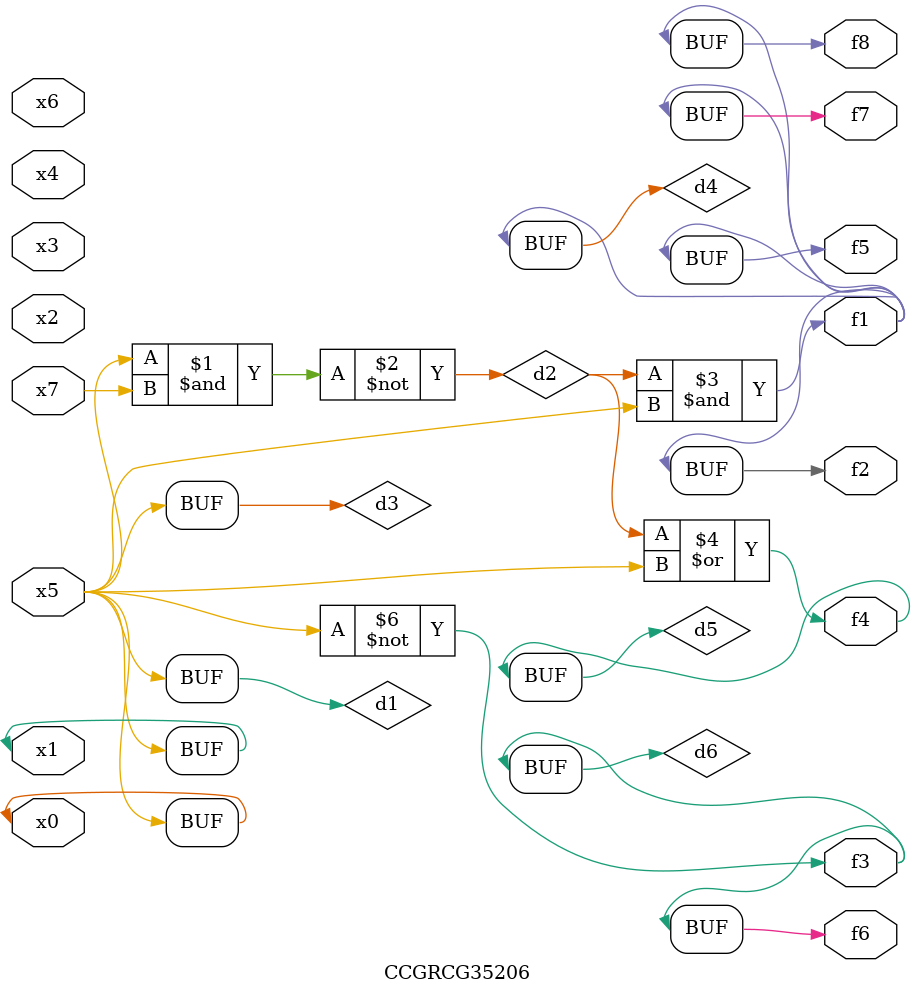
<source format=v>
module CCGRCG35206(
	input x0, x1, x2, x3, x4, x5, x6, x7,
	output f1, f2, f3, f4, f5, f6, f7, f8
);

	wire d1, d2, d3, d4, d5, d6;

	buf (d1, x0, x5);
	nand (d2, x5, x7);
	buf (d3, x0, x1);
	and (d4, d2, d3);
	or (d5, d2, d3);
	nor (d6, d1, d3);
	assign f1 = d4;
	assign f2 = d4;
	assign f3 = d6;
	assign f4 = d5;
	assign f5 = d4;
	assign f6 = d6;
	assign f7 = d4;
	assign f8 = d4;
endmodule

</source>
